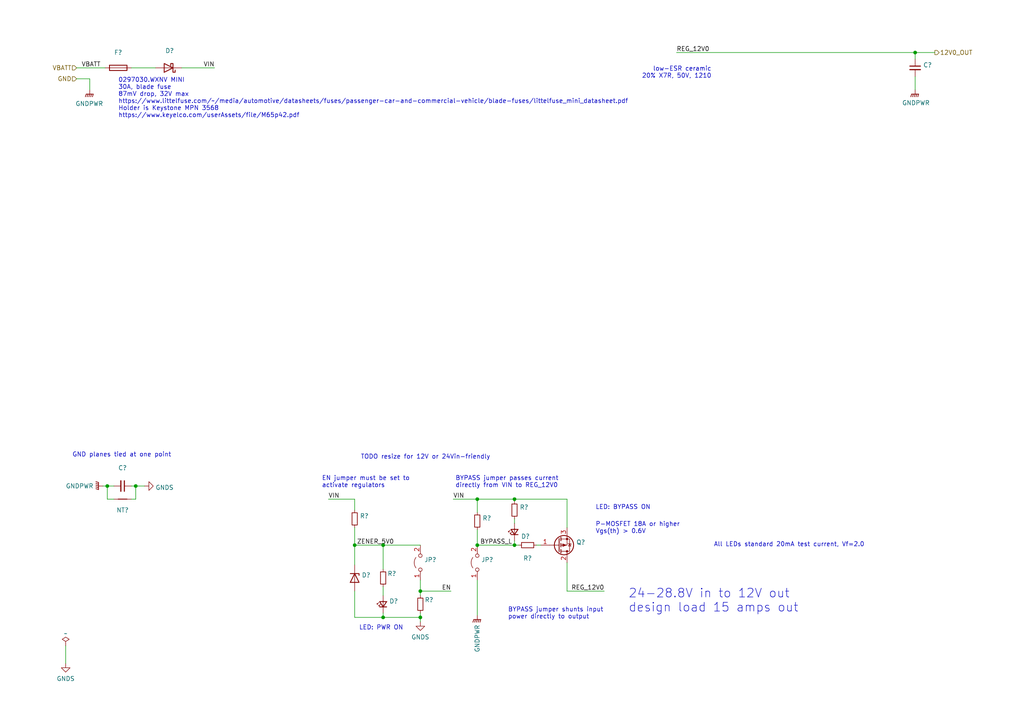
<source format=kicad_sch>
(kicad_sch (version 20211123) (generator eeschema)

  (uuid 03c99736-8cee-4c59-a1e9-a10c3c68f04f)

  (paper "A4")

  (lib_symbols
    (symbol "Device:C_Small" (pin_numbers hide) (pin_names (offset 0.254) hide) (in_bom yes) (on_board yes)
      (property "Reference" "C" (id 0) (at 0.254 1.778 0)
        (effects (font (size 1.27 1.27)) (justify left))
      )
      (property "Value" "C_Small" (id 1) (at 0.254 -2.032 0)
        (effects (font (size 1.27 1.27)) (justify left))
      )
      (property "Footprint" "" (id 2) (at 0 0 0)
        (effects (font (size 1.27 1.27)) hide)
      )
      (property "Datasheet" "~" (id 3) (at 0 0 0)
        (effects (font (size 1.27 1.27)) hide)
      )
      (property "ki_keywords" "capacitor cap" (id 4) (at 0 0 0)
        (effects (font (size 1.27 1.27)) hide)
      )
      (property "ki_description" "Unpolarized capacitor, small symbol" (id 5) (at 0 0 0)
        (effects (font (size 1.27 1.27)) hide)
      )
      (property "ki_fp_filters" "C_*" (id 6) (at 0 0 0)
        (effects (font (size 1.27 1.27)) hide)
      )
      (symbol "C_Small_0_1"
        (polyline
          (pts
            (xy -1.524 -0.508)
            (xy 1.524 -0.508)
          )
          (stroke (width 0.3302) (type default) (color 0 0 0 0))
          (fill (type none))
        )
        (polyline
          (pts
            (xy -1.524 0.508)
            (xy 1.524 0.508)
          )
          (stroke (width 0.3048) (type default) (color 0 0 0 0))
          (fill (type none))
        )
      )
      (symbol "C_Small_1_1"
        (pin passive line (at 0 2.54 270) (length 2.032)
          (name "~" (effects (font (size 1.27 1.27))))
          (number "1" (effects (font (size 1.27 1.27))))
        )
        (pin passive line (at 0 -2.54 90) (length 2.032)
          (name "~" (effects (font (size 1.27 1.27))))
          (number "2" (effects (font (size 1.27 1.27))))
        )
      )
    )
    (symbol "Device:D_Schottky" (pin_numbers hide) (pin_names (offset 1.016) hide) (in_bom yes) (on_board yes)
      (property "Reference" "D" (id 0) (at 0 2.54 0)
        (effects (font (size 1.27 1.27)))
      )
      (property "Value" "D_Schottky" (id 1) (at 0 -2.54 0)
        (effects (font (size 1.27 1.27)))
      )
      (property "Footprint" "" (id 2) (at 0 0 0)
        (effects (font (size 1.27 1.27)) hide)
      )
      (property "Datasheet" "~" (id 3) (at 0 0 0)
        (effects (font (size 1.27 1.27)) hide)
      )
      (property "ki_keywords" "diode Schottky" (id 4) (at 0 0 0)
        (effects (font (size 1.27 1.27)) hide)
      )
      (property "ki_description" "Schottky diode" (id 5) (at 0 0 0)
        (effects (font (size 1.27 1.27)) hide)
      )
      (property "ki_fp_filters" "TO-???* *_Diode_* *SingleDiode* D_*" (id 6) (at 0 0 0)
        (effects (font (size 1.27 1.27)) hide)
      )
      (symbol "D_Schottky_0_1"
        (polyline
          (pts
            (xy 1.27 0)
            (xy -1.27 0)
          )
          (stroke (width 0) (type default) (color 0 0 0 0))
          (fill (type none))
        )
        (polyline
          (pts
            (xy 1.27 1.27)
            (xy 1.27 -1.27)
            (xy -1.27 0)
            (xy 1.27 1.27)
          )
          (stroke (width 0.254) (type default) (color 0 0 0 0))
          (fill (type none))
        )
        (polyline
          (pts
            (xy -1.905 0.635)
            (xy -1.905 1.27)
            (xy -1.27 1.27)
            (xy -1.27 -1.27)
            (xy -0.635 -1.27)
            (xy -0.635 -0.635)
          )
          (stroke (width 0.254) (type default) (color 0 0 0 0))
          (fill (type none))
        )
      )
      (symbol "D_Schottky_1_1"
        (pin passive line (at -3.81 0 0) (length 2.54)
          (name "K" (effects (font (size 1.27 1.27))))
          (number "1" (effects (font (size 1.27 1.27))))
        )
        (pin passive line (at 3.81 0 180) (length 2.54)
          (name "A" (effects (font (size 1.27 1.27))))
          (number "2" (effects (font (size 1.27 1.27))))
        )
      )
    )
    (symbol "Device:D_Zener" (pin_numbers hide) (pin_names (offset 1.016) hide) (in_bom yes) (on_board yes)
      (property "Reference" "D" (id 0) (at 0 2.54 0)
        (effects (font (size 1.27 1.27)))
      )
      (property "Value" "D_Zener" (id 1) (at 0 -2.54 0)
        (effects (font (size 1.27 1.27)))
      )
      (property "Footprint" "" (id 2) (at 0 0 0)
        (effects (font (size 1.27 1.27)) hide)
      )
      (property "Datasheet" "~" (id 3) (at 0 0 0)
        (effects (font (size 1.27 1.27)) hide)
      )
      (property "ki_keywords" "diode" (id 4) (at 0 0 0)
        (effects (font (size 1.27 1.27)) hide)
      )
      (property "ki_description" "Zener diode" (id 5) (at 0 0 0)
        (effects (font (size 1.27 1.27)) hide)
      )
      (property "ki_fp_filters" "TO-???* *_Diode_* *SingleDiode* D_*" (id 6) (at 0 0 0)
        (effects (font (size 1.27 1.27)) hide)
      )
      (symbol "D_Zener_0_1"
        (polyline
          (pts
            (xy 1.27 0)
            (xy -1.27 0)
          )
          (stroke (width 0) (type default) (color 0 0 0 0))
          (fill (type none))
        )
        (polyline
          (pts
            (xy -1.27 -1.27)
            (xy -1.27 1.27)
            (xy -0.762 1.27)
          )
          (stroke (width 0.254) (type default) (color 0 0 0 0))
          (fill (type none))
        )
        (polyline
          (pts
            (xy 1.27 -1.27)
            (xy 1.27 1.27)
            (xy -1.27 0)
            (xy 1.27 -1.27)
          )
          (stroke (width 0.254) (type default) (color 0 0 0 0))
          (fill (type none))
        )
      )
      (symbol "D_Zener_1_1"
        (pin passive line (at -3.81 0 0) (length 2.54)
          (name "K" (effects (font (size 1.27 1.27))))
          (number "1" (effects (font (size 1.27 1.27))))
        )
        (pin passive line (at 3.81 0 180) (length 2.54)
          (name "A" (effects (font (size 1.27 1.27))))
          (number "2" (effects (font (size 1.27 1.27))))
        )
      )
    )
    (symbol "Device:Fuse" (pin_numbers hide) (pin_names (offset 0)) (in_bom yes) (on_board yes)
      (property "Reference" "F" (id 0) (at 2.032 0 90)
        (effects (font (size 1.27 1.27)))
      )
      (property "Value" "Fuse" (id 1) (at -1.905 0 90)
        (effects (font (size 1.27 1.27)))
      )
      (property "Footprint" "" (id 2) (at -1.778 0 90)
        (effects (font (size 1.27 1.27)) hide)
      )
      (property "Datasheet" "~" (id 3) (at 0 0 0)
        (effects (font (size 1.27 1.27)) hide)
      )
      (property "ki_keywords" "fuse" (id 4) (at 0 0 0)
        (effects (font (size 1.27 1.27)) hide)
      )
      (property "ki_description" "Fuse" (id 5) (at 0 0 0)
        (effects (font (size 1.27 1.27)) hide)
      )
      (property "ki_fp_filters" "*Fuse*" (id 6) (at 0 0 0)
        (effects (font (size 1.27 1.27)) hide)
      )
      (symbol "Fuse_0_1"
        (rectangle (start -0.762 -2.54) (end 0.762 2.54)
          (stroke (width 0.254) (type default) (color 0 0 0 0))
          (fill (type none))
        )
        (polyline
          (pts
            (xy 0 2.54)
            (xy 0 -2.54)
          )
          (stroke (width 0) (type default) (color 0 0 0 0))
          (fill (type none))
        )
      )
      (symbol "Fuse_1_1"
        (pin passive line (at 0 3.81 270) (length 1.27)
          (name "~" (effects (font (size 1.27 1.27))))
          (number "1" (effects (font (size 1.27 1.27))))
        )
        (pin passive line (at 0 -3.81 90) (length 1.27)
          (name "~" (effects (font (size 1.27 1.27))))
          (number "2" (effects (font (size 1.27 1.27))))
        )
      )
    )
    (symbol "Device:LED_Small" (pin_numbers hide) (pin_names (offset 0.254) hide) (in_bom yes) (on_board yes)
      (property "Reference" "D" (id 0) (at -1.27 3.175 0)
        (effects (font (size 1.27 1.27)) (justify left))
      )
      (property "Value" "LED_Small" (id 1) (at -4.445 -2.54 0)
        (effects (font (size 1.27 1.27)) (justify left))
      )
      (property "Footprint" "" (id 2) (at 0 0 90)
        (effects (font (size 1.27 1.27)) hide)
      )
      (property "Datasheet" "~" (id 3) (at 0 0 90)
        (effects (font (size 1.27 1.27)) hide)
      )
      (property "ki_keywords" "LED diode light-emitting-diode" (id 4) (at 0 0 0)
        (effects (font (size 1.27 1.27)) hide)
      )
      (property "ki_description" "Light emitting diode, small symbol" (id 5) (at 0 0 0)
        (effects (font (size 1.27 1.27)) hide)
      )
      (property "ki_fp_filters" "LED* LED_SMD:* LED_THT:*" (id 6) (at 0 0 0)
        (effects (font (size 1.27 1.27)) hide)
      )
      (symbol "LED_Small_0_1"
        (polyline
          (pts
            (xy -0.762 -1.016)
            (xy -0.762 1.016)
          )
          (stroke (width 0.254) (type default) (color 0 0 0 0))
          (fill (type none))
        )
        (polyline
          (pts
            (xy 1.016 0)
            (xy -0.762 0)
          )
          (stroke (width 0) (type default) (color 0 0 0 0))
          (fill (type none))
        )
        (polyline
          (pts
            (xy 0.762 -1.016)
            (xy -0.762 0)
            (xy 0.762 1.016)
            (xy 0.762 -1.016)
          )
          (stroke (width 0.254) (type default) (color 0 0 0 0))
          (fill (type none))
        )
        (polyline
          (pts
            (xy 0 0.762)
            (xy -0.508 1.27)
            (xy -0.254 1.27)
            (xy -0.508 1.27)
            (xy -0.508 1.016)
          )
          (stroke (width 0) (type default) (color 0 0 0 0))
          (fill (type none))
        )
        (polyline
          (pts
            (xy 0.508 1.27)
            (xy 0 1.778)
            (xy 0.254 1.778)
            (xy 0 1.778)
            (xy 0 1.524)
          )
          (stroke (width 0) (type default) (color 0 0 0 0))
          (fill (type none))
        )
      )
      (symbol "LED_Small_1_1"
        (pin passive line (at -2.54 0 0) (length 1.778)
          (name "K" (effects (font (size 1.27 1.27))))
          (number "1" (effects (font (size 1.27 1.27))))
        )
        (pin passive line (at 2.54 0 180) (length 1.778)
          (name "A" (effects (font (size 1.27 1.27))))
          (number "2" (effects (font (size 1.27 1.27))))
        )
      )
    )
    (symbol "Device:NetTie_2" (pin_numbers hide) (pin_names (offset 0) hide) (in_bom yes) (on_board yes)
      (property "Reference" "NT" (id 0) (at 0 1.27 0)
        (effects (font (size 1.27 1.27)))
      )
      (property "Value" "NetTie_2" (id 1) (at 0 -1.27 0)
        (effects (font (size 1.27 1.27)))
      )
      (property "Footprint" "" (id 2) (at 0 0 0)
        (effects (font (size 1.27 1.27)) hide)
      )
      (property "Datasheet" "~" (id 3) (at 0 0 0)
        (effects (font (size 1.27 1.27)) hide)
      )
      (property "ki_keywords" "net tie short" (id 4) (at 0 0 0)
        (effects (font (size 1.27 1.27)) hide)
      )
      (property "ki_description" "Net tie, 2 pins" (id 5) (at 0 0 0)
        (effects (font (size 1.27 1.27)) hide)
      )
      (property "ki_fp_filters" "Net*Tie*" (id 6) (at 0 0 0)
        (effects (font (size 1.27 1.27)) hide)
      )
      (symbol "NetTie_2_0_1"
        (polyline
          (pts
            (xy -1.27 0)
            (xy 1.27 0)
          )
          (stroke (width 0.254) (type default) (color 0 0 0 0))
          (fill (type none))
        )
      )
      (symbol "NetTie_2_1_1"
        (pin passive line (at -2.54 0 0) (length 2.54)
          (name "1" (effects (font (size 1.27 1.27))))
          (number "1" (effects (font (size 1.27 1.27))))
        )
        (pin passive line (at 2.54 0 180) (length 2.54)
          (name "2" (effects (font (size 1.27 1.27))))
          (number "2" (effects (font (size 1.27 1.27))))
        )
      )
    )
    (symbol "Device:Q_PMOS_GDS" (pin_names (offset 0) hide) (in_bom yes) (on_board yes)
      (property "Reference" "Q" (id 0) (at 5.08 1.27 0)
        (effects (font (size 1.27 1.27)) (justify left))
      )
      (property "Value" "Q_PMOS_GDS" (id 1) (at 5.08 -1.27 0)
        (effects (font (size 1.27 1.27)) (justify left))
      )
      (property "Footprint" "" (id 2) (at 5.08 2.54 0)
        (effects (font (size 1.27 1.27)) hide)
      )
      (property "Datasheet" "~" (id 3) (at 0 0 0)
        (effects (font (size 1.27 1.27)) hide)
      )
      (property "ki_keywords" "transistor PMOS P-MOS P-MOSFET" (id 4) (at 0 0 0)
        (effects (font (size 1.27 1.27)) hide)
      )
      (property "ki_description" "P-MOSFET transistor, gate/drain/source" (id 5) (at 0 0 0)
        (effects (font (size 1.27 1.27)) hide)
      )
      (symbol "Q_PMOS_GDS_0_1"
        (polyline
          (pts
            (xy 0.254 0)
            (xy -2.54 0)
          )
          (stroke (width 0) (type default) (color 0 0 0 0))
          (fill (type none))
        )
        (polyline
          (pts
            (xy 0.254 1.905)
            (xy 0.254 -1.905)
          )
          (stroke (width 0.254) (type default) (color 0 0 0 0))
          (fill (type none))
        )
        (polyline
          (pts
            (xy 0.762 -1.27)
            (xy 0.762 -2.286)
          )
          (stroke (width 0.254) (type default) (color 0 0 0 0))
          (fill (type none))
        )
        (polyline
          (pts
            (xy 0.762 0.508)
            (xy 0.762 -0.508)
          )
          (stroke (width 0.254) (type default) (color 0 0 0 0))
          (fill (type none))
        )
        (polyline
          (pts
            (xy 0.762 2.286)
            (xy 0.762 1.27)
          )
          (stroke (width 0.254) (type default) (color 0 0 0 0))
          (fill (type none))
        )
        (polyline
          (pts
            (xy 2.54 2.54)
            (xy 2.54 1.778)
          )
          (stroke (width 0) (type default) (color 0 0 0 0))
          (fill (type none))
        )
        (polyline
          (pts
            (xy 2.54 -2.54)
            (xy 2.54 0)
            (xy 0.762 0)
          )
          (stroke (width 0) (type default) (color 0 0 0 0))
          (fill (type none))
        )
        (polyline
          (pts
            (xy 0.762 1.778)
            (xy 3.302 1.778)
            (xy 3.302 -1.778)
            (xy 0.762 -1.778)
          )
          (stroke (width 0) (type default) (color 0 0 0 0))
          (fill (type none))
        )
        (polyline
          (pts
            (xy 2.286 0)
            (xy 1.27 0.381)
            (xy 1.27 -0.381)
            (xy 2.286 0)
          )
          (stroke (width 0) (type default) (color 0 0 0 0))
          (fill (type outline))
        )
        (polyline
          (pts
            (xy 2.794 -0.508)
            (xy 2.921 -0.381)
            (xy 3.683 -0.381)
            (xy 3.81 -0.254)
          )
          (stroke (width 0) (type default) (color 0 0 0 0))
          (fill (type none))
        )
        (polyline
          (pts
            (xy 3.302 -0.381)
            (xy 2.921 0.254)
            (xy 3.683 0.254)
            (xy 3.302 -0.381)
          )
          (stroke (width 0) (type default) (color 0 0 0 0))
          (fill (type none))
        )
        (circle (center 1.651 0) (radius 2.794)
          (stroke (width 0.254) (type default) (color 0 0 0 0))
          (fill (type none))
        )
        (circle (center 2.54 -1.778) (radius 0.254)
          (stroke (width 0) (type default) (color 0 0 0 0))
          (fill (type outline))
        )
        (circle (center 2.54 1.778) (radius 0.254)
          (stroke (width 0) (type default) (color 0 0 0 0))
          (fill (type outline))
        )
      )
      (symbol "Q_PMOS_GDS_1_1"
        (pin input line (at -5.08 0 0) (length 2.54)
          (name "G" (effects (font (size 1.27 1.27))))
          (number "1" (effects (font (size 1.27 1.27))))
        )
        (pin passive line (at 2.54 5.08 270) (length 2.54)
          (name "D" (effects (font (size 1.27 1.27))))
          (number "2" (effects (font (size 1.27 1.27))))
        )
        (pin passive line (at 2.54 -5.08 90) (length 2.54)
          (name "S" (effects (font (size 1.27 1.27))))
          (number "3" (effects (font (size 1.27 1.27))))
        )
      )
    )
    (symbol "Device:R_Small" (pin_numbers hide) (pin_names (offset 0.254) hide) (in_bom yes) (on_board yes)
      (property "Reference" "R" (id 0) (at 0.762 0.508 0)
        (effects (font (size 1.27 1.27)) (justify left))
      )
      (property "Value" "R_Small" (id 1) (at 0.762 -1.016 0)
        (effects (font (size 1.27 1.27)) (justify left))
      )
      (property "Footprint" "" (id 2) (at 0 0 0)
        (effects (font (size 1.27 1.27)) hide)
      )
      (property "Datasheet" "~" (id 3) (at 0 0 0)
        (effects (font (size 1.27 1.27)) hide)
      )
      (property "ki_keywords" "R resistor" (id 4) (at 0 0 0)
        (effects (font (size 1.27 1.27)) hide)
      )
      (property "ki_description" "Resistor, small symbol" (id 5) (at 0 0 0)
        (effects (font (size 1.27 1.27)) hide)
      )
      (property "ki_fp_filters" "R_*" (id 6) (at 0 0 0)
        (effects (font (size 1.27 1.27)) hide)
      )
      (symbol "R_Small_0_1"
        (rectangle (start -0.762 1.778) (end 0.762 -1.778)
          (stroke (width 0.2032) (type default) (color 0 0 0 0))
          (fill (type none))
        )
      )
      (symbol "R_Small_1_1"
        (pin passive line (at 0 2.54 270) (length 0.762)
          (name "~" (effects (font (size 1.27 1.27))))
          (number "1" (effects (font (size 1.27 1.27))))
        )
        (pin passive line (at 0 -2.54 90) (length 0.762)
          (name "~" (effects (font (size 1.27 1.27))))
          (number "2" (effects (font (size 1.27 1.27))))
        )
      )
    )
    (symbol "Jumper:Jumper_2_Open" (pin_names (offset 0) hide) (in_bom yes) (on_board yes)
      (property "Reference" "JP" (id 0) (at 0 2.794 0)
        (effects (font (size 1.27 1.27)))
      )
      (property "Value" "Jumper_2_Open" (id 1) (at 0 -2.286 0)
        (effects (font (size 1.27 1.27)))
      )
      (property "Footprint" "" (id 2) (at 0 0 0)
        (effects (font (size 1.27 1.27)) hide)
      )
      (property "Datasheet" "~" (id 3) (at 0 0 0)
        (effects (font (size 1.27 1.27)) hide)
      )
      (property "ki_keywords" "Jumper SPST" (id 4) (at 0 0 0)
        (effects (font (size 1.27 1.27)) hide)
      )
      (property "ki_description" "Jumper, 2-pole, open" (id 5) (at 0 0 0)
        (effects (font (size 1.27 1.27)) hide)
      )
      (property "ki_fp_filters" "Jumper* TestPoint*2Pads* TestPoint*Bridge*" (id 6) (at 0 0 0)
        (effects (font (size 1.27 1.27)) hide)
      )
      (symbol "Jumper_2_Open_0_0"
        (circle (center -2.032 0) (radius 0.508)
          (stroke (width 0) (type default) (color 0 0 0 0))
          (fill (type none))
        )
        (circle (center 2.032 0) (radius 0.508)
          (stroke (width 0) (type default) (color 0 0 0 0))
          (fill (type none))
        )
      )
      (symbol "Jumper_2_Open_0_1"
        (arc (start 1.524 1.27) (mid 0 1.778) (end -1.524 1.27)
          (stroke (width 0) (type default) (color 0 0 0 0))
          (fill (type none))
        )
      )
      (symbol "Jumper_2_Open_1_1"
        (pin passive line (at -5.08 0 0) (length 2.54)
          (name "A" (effects (font (size 1.27 1.27))))
          (number "1" (effects (font (size 1.27 1.27))))
        )
        (pin passive line (at 5.08 0 180) (length 2.54)
          (name "B" (effects (font (size 1.27 1.27))))
          (number "2" (effects (font (size 1.27 1.27))))
        )
      )
    )
    (symbol "power:GNDPWR" (power) (pin_names (offset 0)) (in_bom yes) (on_board yes)
      (property "Reference" "#PWR" (id 0) (at 0 -5.08 0)
        (effects (font (size 1.27 1.27)) hide)
      )
      (property "Value" "GNDPWR" (id 1) (at 0 -3.302 0)
        (effects (font (size 1.27 1.27)))
      )
      (property "Footprint" "" (id 2) (at 0 -1.27 0)
        (effects (font (size 1.27 1.27)) hide)
      )
      (property "Datasheet" "" (id 3) (at 0 -1.27 0)
        (effects (font (size 1.27 1.27)) hide)
      )
      (property "ki_keywords" "power-flag" (id 4) (at 0 0 0)
        (effects (font (size 1.27 1.27)) hide)
      )
      (property "ki_description" "Power symbol creates a global label with name \"GNDPWR\" , power ground" (id 5) (at 0 0 0)
        (effects (font (size 1.27 1.27)) hide)
      )
      (symbol "GNDPWR_0_1"
        (polyline
          (pts
            (xy 0 -1.27)
            (xy 0 0)
          )
          (stroke (width 0) (type default) (color 0 0 0 0))
          (fill (type none))
        )
        (polyline
          (pts
            (xy -1.016 -1.27)
            (xy -1.27 -2.032)
            (xy -1.27 -2.032)
          )
          (stroke (width 0.2032) (type default) (color 0 0 0 0))
          (fill (type none))
        )
        (polyline
          (pts
            (xy -0.508 -1.27)
            (xy -0.762 -2.032)
            (xy -0.762 -2.032)
          )
          (stroke (width 0.2032) (type default) (color 0 0 0 0))
          (fill (type none))
        )
        (polyline
          (pts
            (xy 0 -1.27)
            (xy -0.254 -2.032)
            (xy -0.254 -2.032)
          )
          (stroke (width 0.2032) (type default) (color 0 0 0 0))
          (fill (type none))
        )
        (polyline
          (pts
            (xy 0.508 -1.27)
            (xy 0.254 -2.032)
            (xy 0.254 -2.032)
          )
          (stroke (width 0.2032) (type default) (color 0 0 0 0))
          (fill (type none))
        )
        (polyline
          (pts
            (xy 1.016 -1.27)
            (xy -1.016 -1.27)
            (xy -1.016 -1.27)
          )
          (stroke (width 0.2032) (type default) (color 0 0 0 0))
          (fill (type none))
        )
        (polyline
          (pts
            (xy 1.016 -1.27)
            (xy 0.762 -2.032)
            (xy 0.762 -2.032)
            (xy 0.762 -2.032)
          )
          (stroke (width 0.2032) (type default) (color 0 0 0 0))
          (fill (type none))
        )
      )
      (symbol "GNDPWR_1_1"
        (pin power_in line (at 0 0 270) (length 0) hide
          (name "GNDPWR" (effects (font (size 1.27 1.27))))
          (number "1" (effects (font (size 1.27 1.27))))
        )
      )
    )
    (symbol "power:GNDS" (power) (pin_names (offset 0)) (in_bom yes) (on_board yes)
      (property "Reference" "#PWR" (id 0) (at 0 -6.35 0)
        (effects (font (size 1.27 1.27)) hide)
      )
      (property "Value" "GNDS" (id 1) (at 0 -3.81 0)
        (effects (font (size 1.27 1.27)))
      )
      (property "Footprint" "" (id 2) (at 0 0 0)
        (effects (font (size 1.27 1.27)) hide)
      )
      (property "Datasheet" "" (id 3) (at 0 0 0)
        (effects (font (size 1.27 1.27)) hide)
      )
      (property "ki_keywords" "power-flag" (id 4) (at 0 0 0)
        (effects (font (size 1.27 1.27)) hide)
      )
      (property "ki_description" "Power symbol creates a global label with name \"GNDS\" , signal ground" (id 5) (at 0 0 0)
        (effects (font (size 1.27 1.27)) hide)
      )
      (symbol "GNDS_0_1"
        (polyline
          (pts
            (xy 0 0)
            (xy 0 -1.27)
            (xy 1.27 -1.27)
            (xy 0 -2.54)
            (xy -1.27 -1.27)
            (xy 0 -1.27)
          )
          (stroke (width 0) (type default) (color 0 0 0 0))
          (fill (type none))
        )
      )
      (symbol "GNDS_1_1"
        (pin power_in line (at 0 0 270) (length 0) hide
          (name "GNDS" (effects (font (size 1.27 1.27))))
          (number "1" (effects (font (size 1.27 1.27))))
        )
      )
    )
    (symbol "power:PWR_FLAG" (power) (pin_numbers hide) (pin_names (offset 0) hide) (in_bom yes) (on_board yes)
      (property "Reference" "#FLG" (id 0) (at 0 1.905 0)
        (effects (font (size 1.27 1.27)) hide)
      )
      (property "Value" "PWR_FLAG" (id 1) (at 0 3.81 0)
        (effects (font (size 1.27 1.27)))
      )
      (property "Footprint" "" (id 2) (at 0 0 0)
        (effects (font (size 1.27 1.27)) hide)
      )
      (property "Datasheet" "~" (id 3) (at 0 0 0)
        (effects (font (size 1.27 1.27)) hide)
      )
      (property "ki_keywords" "power-flag" (id 4) (at 0 0 0)
        (effects (font (size 1.27 1.27)) hide)
      )
      (property "ki_description" "Special symbol for telling ERC where power comes from" (id 5) (at 0 0 0)
        (effects (font (size 1.27 1.27)) hide)
      )
      (symbol "PWR_FLAG_0_0"
        (pin power_out line (at 0 0 90) (length 0)
          (name "pwr" (effects (font (size 1.27 1.27))))
          (number "1" (effects (font (size 1.27 1.27))))
        )
      )
      (symbol "PWR_FLAG_0_1"
        (polyline
          (pts
            (xy 0 0)
            (xy 0 1.27)
            (xy -1.016 1.905)
            (xy 0 2.54)
            (xy 1.016 1.905)
            (xy 0 1.27)
          )
          (stroke (width 0) (type default) (color 0 0 0 0))
          (fill (type none))
        )
      )
    )
  )

  (junction (at 121.92 179.07) (diameter 0) (color 0 0 0 0)
    (uuid 22be5f2c-69ea-4333-a59a-d879236ca1b7)
  )
  (junction (at 265.43 15.24) (diameter 0) (color 0 0 0 0)
    (uuid 52fc6e7e-7e2d-48da-978f-4eff6d38dd68)
  )
  (junction (at 138.43 144.78) (diameter 0) (color 0 0 0 0)
    (uuid 6c3cb873-5b07-47af-a814-c44f1f1bb701)
  )
  (junction (at 102.87 158.115) (diameter 0) (color 0 0 0 0)
    (uuid 7c5ab089-9a5c-48fc-a8cf-3445f18d996a)
  )
  (junction (at 39.37 140.97) (diameter 0) (color 0 0 0 0)
    (uuid 83068e37-a787-44c1-be5e-f7aae937f831)
  )
  (junction (at 121.92 171.45) (diameter 0) (color 0 0 0 0)
    (uuid 8308a2bc-8797-4a7a-a3f9-c1ae8fad9ed4)
  )
  (junction (at 111.125 158.115) (diameter 0) (color 0 0 0 0)
    (uuid a019bee0-439f-4097-a836-dace651f0524)
  )
  (junction (at 31.115 140.97) (diameter 0) (color 0 0 0 0)
    (uuid a80ec6ae-dcd0-456a-b625-743e0fda4d27)
  )
  (junction (at 111.125 179.07) (diameter 0) (color 0 0 0 0)
    (uuid cbe3b1f2-0eac-45b0-a0ef-7c3a2249b90f)
  )
  (junction (at 138.43 158.115) (diameter 0) (color 0 0 0 0)
    (uuid cfd1c7af-2aa5-4992-b3bb-9c8ae2cdcae2)
  )
  (junction (at 149.225 144.78) (diameter 0) (color 0 0 0 0)
    (uuid de7b5054-ea3a-4e20-a114-4a9c8845b480)
  )
  (junction (at 149.225 158.115) (diameter 0) (color 0 0 0 0)
    (uuid e54240cb-b926-4753-a791-f4f1fd4c01d7)
  )

  (wire (pts (xy 149.225 156.845) (xy 149.225 158.115))
    (stroke (width 0) (type default) (color 0 0 0 0))
    (uuid 0029723c-2d6a-4a4e-8e8d-a8ba65855398)
  )
  (wire (pts (xy 111.125 177.8) (xy 111.125 179.07))
    (stroke (width 0) (type default) (color 0 0 0 0))
    (uuid 03094f49-5d6c-4c36-b3ab-4ebd4e1c2d77)
  )
  (wire (pts (xy 111.125 158.115) (xy 111.125 165.1))
    (stroke (width 0) (type default) (color 0 0 0 0))
    (uuid 0551e02d-320b-4714-8fe8-86992cadf1ab)
  )
  (wire (pts (xy 155.575 158.115) (xy 156.845 158.115))
    (stroke (width 0) (type default) (color 0 0 0 0))
    (uuid 0edf35da-f3e5-47e9-aa3e-9278c2519933)
  )
  (wire (pts (xy 121.92 171.45) (xy 130.81 171.45))
    (stroke (width 0) (type default) (color 0 0 0 0))
    (uuid 100cbaff-7c5b-4745-b4a1-a1948c63caa9)
  )
  (wire (pts (xy 38.1 19.685) (xy 45.085 19.685))
    (stroke (width 0) (type default) (color 0 0 0 0))
    (uuid 1b9abca4-c69e-4b5d-9af0-a3972eacb17d)
  )
  (wire (pts (xy 102.87 158.115) (xy 102.87 163.83))
    (stroke (width 0) (type default) (color 0 0 0 0))
    (uuid 1c19271a-a327-4a8a-9265-8d9ff4b8901e)
  )
  (wire (pts (xy 175.26 171.45) (xy 164.465 171.45))
    (stroke (width 0) (type default) (color 0 0 0 0))
    (uuid 2726cddb-747c-4198-8826-f9083ddb6e6b)
  )
  (wire (pts (xy 102.87 158.115) (xy 111.125 158.115))
    (stroke (width 0) (type default) (color 0 0 0 0))
    (uuid 2b05ca6e-beb1-40ce-bc14-5e8e9de5a697)
  )
  (wire (pts (xy 149.225 150.495) (xy 149.225 151.765))
    (stroke (width 0) (type default) (color 0 0 0 0))
    (uuid 2dd46516-0ac4-4737-a839-97e3dc324bd4)
  )
  (wire (pts (xy 19.05 187.325) (xy 19.05 192.405))
    (stroke (width 0) (type default) (color 0 0 0 0))
    (uuid 2f7fdd6c-f07d-4529-ac2c-a1bac377bf80)
  )
  (wire (pts (xy 52.705 19.685) (xy 62.23 19.685))
    (stroke (width 0) (type default) (color 0 0 0 0))
    (uuid 352a0bdb-c702-404d-9d6a-e4634c3af996)
  )
  (wire (pts (xy 38.1 140.97) (xy 39.37 140.97))
    (stroke (width 0) (type default) (color 0 0 0 0))
    (uuid 3e4137c8-1a0d-44da-8467-3fb92b1f9e81)
  )
  (wire (pts (xy 265.43 17.145) (xy 265.43 15.24))
    (stroke (width 0) (type default) (color 0 0 0 0))
    (uuid 3f9570f7-2686-4b84-b1c3-09ecc89f47e3)
  )
  (wire (pts (xy 265.43 22.225) (xy 265.43 26.035))
    (stroke (width 0) (type default) (color 0 0 0 0))
    (uuid 45f7cab2-de65-4549-9ce6-c9be773f4579)
  )
  (wire (pts (xy 121.92 177.8) (xy 121.92 179.07))
    (stroke (width 0) (type default) (color 0 0 0 0))
    (uuid 4a1e94bc-6cf0-4dde-8250-e76d7f3ad065)
  )
  (wire (pts (xy 31.115 140.97) (xy 33.02 140.97))
    (stroke (width 0) (type default) (color 0 0 0 0))
    (uuid 5223e427-634f-4ab0-99e0-c51d1504f05b)
  )
  (wire (pts (xy 111.125 179.07) (xy 121.92 179.07))
    (stroke (width 0) (type default) (color 0 0 0 0))
    (uuid 65383658-afba-4dd0-b377-87f7c13db7df)
  )
  (wire (pts (xy 121.92 168.275) (xy 121.92 171.45))
    (stroke (width 0) (type default) (color 0 0 0 0))
    (uuid 6a6972b5-280a-4286-819c-296f627e0136)
  )
  (wire (pts (xy 164.465 144.78) (xy 164.465 153.035))
    (stroke (width 0) (type default) (color 0 0 0 0))
    (uuid 6b99442b-9455-4dd9-9b39-9b329c94f61f)
  )
  (wire (pts (xy 131.445 144.78) (xy 138.43 144.78))
    (stroke (width 0) (type default) (color 0 0 0 0))
    (uuid 6d102ff3-dfdc-404b-99c7-329538c95a13)
  )
  (wire (pts (xy 111.125 158.115) (xy 121.92 158.115))
    (stroke (width 0) (type default) (color 0 0 0 0))
    (uuid 6fed1dd3-e2f8-41c3-9d61-f232144453cd)
  )
  (wire (pts (xy 265.43 15.24) (xy 271.145 15.24))
    (stroke (width 0) (type default) (color 0 0 0 0))
    (uuid 7086809e-a5ec-4925-86f3-39e66d739cc5)
  )
  (wire (pts (xy 149.225 144.78) (xy 149.225 145.415))
    (stroke (width 0) (type default) (color 0 0 0 0))
    (uuid 7d11b2b1-5551-41f5-8e03-663cb2c70f88)
  )
  (wire (pts (xy 102.87 153.035) (xy 102.87 158.115))
    (stroke (width 0) (type default) (color 0 0 0 0))
    (uuid 83b77c22-019c-4b93-a901-07425e43db4d)
  )
  (wire (pts (xy 33.02 144.78) (xy 31.115 144.78))
    (stroke (width 0) (type default) (color 0 0 0 0))
    (uuid 83d68b63-a78d-4032-ad30-2fadd44fb0dc)
  )
  (wire (pts (xy 22.225 19.685) (xy 30.48 19.685))
    (stroke (width 0) (type default) (color 0 0 0 0))
    (uuid 83eecde6-ffbc-43ae-8722-20923080fd6d)
  )
  (wire (pts (xy 38.1 144.78) (xy 39.37 144.78))
    (stroke (width 0) (type default) (color 0 0 0 0))
    (uuid 8e57ff51-68e5-474f-8bee-cd7d28cd655c)
  )
  (wire (pts (xy 95.25 144.78) (xy 102.87 144.78))
    (stroke (width 0) (type default) (color 0 0 0 0))
    (uuid 9048dd54-ebc0-4f08-a512-016b38f9b68d)
  )
  (wire (pts (xy 138.43 144.78) (xy 138.43 148.59))
    (stroke (width 0) (type default) (color 0 0 0 0))
    (uuid 94b54796-65b4-4b0e-adc1-8bf5b4ada8d0)
  )
  (wire (pts (xy 29.845 140.97) (xy 31.115 140.97))
    (stroke (width 0) (type default) (color 0 0 0 0))
    (uuid 9533c070-4085-4906-a7b0-de085dfc076a)
  )
  (wire (pts (xy 39.37 144.78) (xy 39.37 140.97))
    (stroke (width 0) (type default) (color 0 0 0 0))
    (uuid 953c66b1-d2a4-40f5-ade5-a617316c0dda)
  )
  (wire (pts (xy 39.37 140.97) (xy 41.91 140.97))
    (stroke (width 0) (type default) (color 0 0 0 0))
    (uuid 96a043d2-5d13-41ad-9884-0e6041650ca3)
  )
  (wire (pts (xy 102.87 179.07) (xy 111.125 179.07))
    (stroke (width 0) (type default) (color 0 0 0 0))
    (uuid a146bb76-180e-43ff-a0a1-d138bb80acd9)
  )
  (wire (pts (xy 26.035 22.86) (xy 26.035 26.035))
    (stroke (width 0) (type default) (color 0 0 0 0))
    (uuid a4b8a809-a311-4bd5-a6f5-fd7cfe57d53a)
  )
  (wire (pts (xy 102.87 144.78) (xy 102.87 147.955))
    (stroke (width 0) (type default) (color 0 0 0 0))
    (uuid a6d84323-f898-4032-86d5-ad3e7a02525e)
  )
  (wire (pts (xy 138.43 144.78) (xy 149.225 144.78))
    (stroke (width 0) (type default) (color 0 0 0 0))
    (uuid aa933d03-1c2f-4fcd-8e91-f2ad9c7b1519)
  )
  (wire (pts (xy 111.125 170.18) (xy 111.125 172.72))
    (stroke (width 0) (type default) (color 0 0 0 0))
    (uuid adf4bccb-c785-4516-9f4d-5a891a95510e)
  )
  (wire (pts (xy 164.465 171.45) (xy 164.465 163.195))
    (stroke (width 0) (type default) (color 0 0 0 0))
    (uuid c21eeef0-5b8b-495d-a154-657fc428ea81)
  )
  (wire (pts (xy 138.43 158.115) (xy 149.225 158.115))
    (stroke (width 0) (type default) (color 0 0 0 0))
    (uuid c25a3d7e-ae76-4de3-8a8e-68fb14d10b37)
  )
  (wire (pts (xy 121.92 179.07) (xy 121.92 180.34))
    (stroke (width 0) (type default) (color 0 0 0 0))
    (uuid c790de86-0f07-487f-8aea-08f5126f356f)
  )
  (wire (pts (xy 149.225 144.78) (xy 164.465 144.78))
    (stroke (width 0) (type default) (color 0 0 0 0))
    (uuid cd2a7dcb-f154-4ad0-bec2-8ace2a52ad54)
  )
  (wire (pts (xy 196.215 15.24) (xy 265.43 15.24))
    (stroke (width 0) (type default) (color 0 0 0 0))
    (uuid cd9f2dd4-ee94-402a-955f-52898448f3c0)
  )
  (wire (pts (xy 31.115 144.78) (xy 31.115 140.97))
    (stroke (width 0) (type default) (color 0 0 0 0))
    (uuid cf3d32de-bb9e-4202-bc02-a8e1356ed653)
  )
  (wire (pts (xy 138.43 168.275) (xy 138.43 178.435))
    (stroke (width 0) (type default) (color 0 0 0 0))
    (uuid d0de1861-6149-42b4-9c6b-79f09e356a4d)
  )
  (wire (pts (xy 102.87 179.07) (xy 102.87 171.45))
    (stroke (width 0) (type default) (color 0 0 0 0))
    (uuid d8b1054f-fceb-4c35-9276-7903e10d5bf4)
  )
  (wire (pts (xy 121.92 171.45) (xy 121.92 172.72))
    (stroke (width 0) (type default) (color 0 0 0 0))
    (uuid ecdefacf-46c8-4cae-ae72-c66c2a45b27f)
  )
  (wire (pts (xy 149.225 158.115) (xy 150.495 158.115))
    (stroke (width 0) (type default) (color 0 0 0 0))
    (uuid f277f006-5cb7-4a53-83e5-f2e8ad658dac)
  )
  (wire (pts (xy 138.43 153.67) (xy 138.43 158.115))
    (stroke (width 0) (type default) (color 0 0 0 0))
    (uuid f9f0c749-e275-43ff-a29f-d171991f781f)
  )
  (wire (pts (xy 22.225 22.86) (xy 26.035 22.86))
    (stroke (width 0) (type default) (color 0 0 0 0))
    (uuid fe232fee-1e11-4e5c-89f8-50c86d0e9864)
  )

  (text "All LEDs standard 20mA test current, Vf=2.0" (at 207.01 158.75 0)
    (effects (font (size 1.27 1.27)) (justify left bottom))
    (uuid 01828adb-8e28-45e0-9f8e-9ed357691c25)
  )
  (text "LED: PWR ON" (at 104.14 182.88 0)
    (effects (font (size 1.27 1.27)) (justify left bottom))
    (uuid 0d5db02e-3698-41f1-b7c1-0d8c6fab4102)
  )
  (text "BYPASS jumper passes current\ndirectly from VIN to REG_12V0\n"
    (at 132.08 141.605 0)
    (effects (font (size 1.27 1.27)) (justify left bottom))
    (uuid 70933612-3260-426e-b031-5c331eb9a95f)
  )
  (text "EN jumper must be set to\nactivate regulators" (at 93.345 141.605 0)
    (effects (font (size 1.27 1.27)) (justify left bottom))
    (uuid 91e3e116-f343-4ebb-9e17-708b99977d73)
  )
  (text "LED: BYPASS ON" (at 172.72 147.955 0)
    (effects (font (size 1.27 1.27)) (justify left bottom))
    (uuid a93ffed0-c3ce-4108-9f60-c422235ab74b)
  )
  (text "TODO resize for 12V or 24Vin-friendly" (at 142.24 133.35 180)
    (effects (font (size 1.27 1.27)) (justify right bottom))
    (uuid aa3484d7-d4ef-4333-bace-36db3de35a27)
  )
  (text "24-28.8V in to 12V out\ndesign load 15 amps out" (at 182.245 177.8 0)
    (effects (font (size 2.54 2.54)) (justify left bottom))
    (uuid b912db1c-7b84-475f-8c6f-b6557943a7fc)
  )
  (text "BYPASS jumper shunts input\npower directly to output"
    (at 147.32 179.705 0)
    (effects (font (size 1.27 1.27)) (justify left bottom))
    (uuid bb37f724-9856-49c7-bf84-cb6ab28dfced)
  )
  (text "GND planes tied at one point" (at 20.955 132.715 0)
    (effects (font (size 1.27 1.27)) (justify left bottom))
    (uuid cc575c2c-c88f-4f34-b8b3-6cd31c4b207a)
  )
  (text "low-ESR ceramic\n20% X7R, 50V, 1210" (at 206.375 22.86 180)
    (effects (font (size 1.27 1.27)) (justify right bottom))
    (uuid d3f0113a-da15-4bb8-9cf8-341fcdc3ae45)
  )
  (text "0297030.WXNV MINI\n30A, blade fuse\n87mV drop, 32V max\nhttps://www.littelfuse.com/~/media/automotive/datasheets/fuses/passenger-car-and-commercial-vehicle/blade-fuses/littelfuse_mini_datasheet.pdf\nHolder is Keystone MPN 3568\nhttps://www.keyelco.com/userAssets/file/M65p42.pdf"
    (at 34.29 34.29 0)
    (effects (font (size 1.27 1.27)) (justify left bottom))
    (uuid e04e13b4-b905-40e7-952e-43e916001d59)
  )
  (text "P-MOSFET 18A or higher\nVgs(th) > 0.6V\n" (at 172.72 154.94 0)
    (effects (font (size 1.27 1.27)) (justify left bottom))
    (uuid ec3382e3-7ec4-45de-ac50-ef58a5d627d5)
  )

  (label "BYPASS_L" (at 148.59 158.115 180)
    (effects (font (size 1.27 1.27)) (justify right bottom))
    (uuid 2a14271e-1984-4447-95f2-5b468de207b5)
  )
  (label "EN" (at 130.81 171.45 180)
    (effects (font (size 1.27 1.27)) (justify right bottom))
    (uuid 43655a83-e28d-479b-92dd-70f4a80e3d62)
  )
  (label "VIN" (at 62.23 19.685 180)
    (effects (font (size 1.27 1.27)) (justify right bottom))
    (uuid 4407b033-218a-4d25-9bf7-c83dc8907d37)
  )
  (label "VIN" (at 95.25 144.78 0)
    (effects (font (size 1.27 1.27)) (justify left bottom))
    (uuid b2f94d84-d3ba-41c9-b287-62a02d7bda23)
  )
  (label "VBATT" (at 29.21 19.685 180)
    (effects (font (size 1.27 1.27)) (justify right bottom))
    (uuid b33644c3-2f1b-4b23-83e9-8fd47a7b38ef)
  )
  (label "ZENER_5V0" (at 103.505 158.115 0)
    (effects (font (size 1.27 1.27)) (justify left bottom))
    (uuid d991318b-811f-4cdc-a54e-66a6145c8bed)
  )
  (label "REG_12V0" (at 175.26 171.45 180)
    (effects (font (size 1.27 1.27)) (justify right bottom))
    (uuid f3ae547f-297c-40e7-971e-04c7f79114e1)
  )
  (label "REG_12V0" (at 196.215 15.24 0)
    (effects (font (size 1.27 1.27)) (justify left bottom))
    (uuid f7818d92-77db-4b51-8e38-3bcd65b15818)
  )
  (label "VIN" (at 131.445 144.78 0)
    (effects (font (size 1.27 1.27)) (justify left bottom))
    (uuid f88e4d55-faec-488c-a912-f56d4dd3a67e)
  )

  (hierarchical_label "VBATT" (shape input) (at 22.225 19.685 180)
    (effects (font (size 1.27 1.27)) (justify right))
    (uuid 1f4e414e-6f18-4508-957c-10f0c33e6e15)
  )
  (hierarchical_label "12V0_OUT" (shape output) (at 271.145 15.24 0)
    (effects (font (size 1.27 1.27)) (justify left))
    (uuid 790daa38-c5e1-4e53-a3f4-2e7af0bd583c)
  )
  (hierarchical_label "GND" (shape input) (at 22.225 22.86 180)
    (effects (font (size 1.27 1.27)) (justify right))
    (uuid cd56c6a9-5bce-410f-81fd-3b4129012775)
  )

  (symbol (lib_id "Device:Q_PMOS_GDS") (at 161.925 158.115 0) (mirror x) (unit 1)
    (in_bom yes) (on_board yes) (fields_autoplaced)
    (uuid 1f919803-58d6-485e-a186-6b269c149389)
    (property "Reference" "Q?" (id 0) (at 167.132 157.2803 0)
      (effects (font (size 1.27 1.27)) (justify left))
    )
    (property "Value" "" (id 1) (at 167.132 159.8172 0)
      (effects (font (size 1.27 1.27)) (justify left))
    )
    (property "Footprint" "" (id 2) (at 167.005 160.655 0)
      (effects (font (size 1.27 1.27)) hide)
    )
    (property "Datasheet" "~" (id 3) (at 161.925 158.115 0)
      (effects (font (size 1.27 1.27)) hide)
    )
    (pin "1" (uuid aba14c26-f960-4ce2-b916-4e8a3467f3c1))
    (pin "2" (uuid 7ebc49ff-2ed6-4144-8b4d-6441ccde3cb2))
    (pin "3" (uuid 7ae5f826-ac05-4241-84d4-51b1a58f1308))
  )

  (symbol (lib_id "Jumper:Jumper_2_Open") (at 138.43 163.195 90) (unit 1)
    (in_bom yes) (on_board yes) (fields_autoplaced)
    (uuid 26e92b5f-672e-464e-b4bf-42c095d97a6b)
    (property "Reference" "JP?" (id 0) (at 139.573 162.3603 90)
      (effects (font (size 1.27 1.27)) (justify right))
    )
    (property "Value" "" (id 1) (at 139.573 164.8972 90)
      (effects (font (size 1.27 1.27)) (justify right))
    )
    (property "Footprint" "" (id 2) (at 138.43 163.195 0)
      (effects (font (size 1.27 1.27)) hide)
    )
    (property "Datasheet" "~" (id 3) (at 138.43 163.195 0)
      (effects (font (size 1.27 1.27)) hide)
    )
    (pin "1" (uuid 3192ce49-07c8-4ba8-a6c2-3b7734938b85))
    (pin "2" (uuid faf857b9-63c6-45bd-b669-fe7bccbbc10c))
  )

  (symbol (lib_id "Device:R_Small") (at 153.035 158.115 90) (unit 1)
    (in_bom yes) (on_board yes)
    (uuid 322d251d-764a-4424-9167-c7191d9b0878)
    (property "Reference" "R?" (id 0) (at 153.035 161.925 90))
    (property "Value" "" (id 1) (at 153.035 160.02 90))
    (property "Footprint" "" (id 2) (at 153.035 158.115 0)
      (effects (font (size 1.27 1.27)) hide)
    )
    (property "Datasheet" "~" (id 3) (at 153.035 158.115 0)
      (effects (font (size 1.27 1.27)) hide)
    )
    (pin "1" (uuid 284065e5-5cbd-4c44-96dc-6f5eb120c117))
    (pin "2" (uuid 31a3dd59-b256-4854-a281-6343bbed1697))
  )

  (symbol (lib_id "power:GNDS") (at 121.92 180.34 0) (unit 1)
    (in_bom yes) (on_board yes) (fields_autoplaced)
    (uuid 3bf243e7-1616-4196-9432-86075f75d3e1)
    (property "Reference" "#PWR?" (id 0) (at 121.92 186.69 0)
      (effects (font (size 1.27 1.27)) hide)
    )
    (property "Value" "GNDS" (id 1) (at 121.92 184.7834 0))
    (property "Footprint" "" (id 2) (at 121.92 180.34 0)
      (effects (font (size 1.27 1.27)) hide)
    )
    (property "Datasheet" "" (id 3) (at 121.92 180.34 0)
      (effects (font (size 1.27 1.27)) hide)
    )
    (pin "1" (uuid b553a4eb-4988-4b00-8fd8-cac80faaf868))
  )

  (symbol (lib_id "power:GNDPWR") (at 265.43 26.035 0) (unit 1)
    (in_bom yes) (on_board yes)
    (uuid 3f7d8ffb-c166-46e9-bace-6f2c477b669a)
    (property "Reference" "#PWR?" (id 0) (at 265.43 31.115 0)
      (effects (font (size 1.27 1.27)) hide)
    )
    (property "Value" "GNDPWR" (id 1) (at 261.62 29.845 0)
      (effects (font (size 1.27 1.27)) (justify left))
    )
    (property "Footprint" "" (id 2) (at 265.43 27.305 0)
      (effects (font (size 1.27 1.27)) hide)
    )
    (property "Datasheet" "" (id 3) (at 265.43 27.305 0)
      (effects (font (size 1.27 1.27)) hide)
    )
    (pin "1" (uuid bcde1415-245e-4010-b7c5-6088c02c413e))
  )

  (symbol (lib_id "Device:R_Small") (at 102.87 150.495 0) (unit 1)
    (in_bom yes) (on_board yes) (fields_autoplaced)
    (uuid 4b38d830-7c32-43f6-9d90-ce8a19b8132f)
    (property "Reference" "R?" (id 0) (at 104.3686 149.6603 0)
      (effects (font (size 1.27 1.27)) (justify left))
    )
    (property "Value" "" (id 1) (at 104.3686 152.1972 0)
      (effects (font (size 1.27 1.27)) (justify left))
    )
    (property "Footprint" "" (id 2) (at 102.87 150.495 0)
      (effects (font (size 1.27 1.27)) hide)
    )
    (property "Datasheet" "~" (id 3) (at 102.87 150.495 0)
      (effects (font (size 1.27 1.27)) hide)
    )
    (pin "1" (uuid 73a44df9-f91e-4b56-b248-9898465d1fb2))
    (pin "2" (uuid 0a4120a8-61cf-4c37-a342-85fabc480260))
  )

  (symbol (lib_id "Device:D_Zener") (at 102.87 167.64 270) (unit 1)
    (in_bom yes) (on_board yes) (fields_autoplaced)
    (uuid 64e5cf22-14e8-47e6-90f8-3a4e9817f019)
    (property "Reference" "D?" (id 0) (at 104.902 166.8053 90)
      (effects (font (size 1.27 1.27)) (justify left))
    )
    (property "Value" "" (id 1) (at 104.902 169.3422 90)
      (effects (font (size 1.27 1.27)) (justify left))
    )
    (property "Footprint" "" (id 2) (at 102.87 167.64 0)
      (effects (font (size 1.27 1.27)) hide)
    )
    (property "Datasheet" "~" (id 3) (at 102.87 167.64 0)
      (effects (font (size 1.27 1.27)) hide)
    )
    (pin "1" (uuid d3e097b1-d703-4156-9595-3255698f3d7f))
    (pin "2" (uuid 21bc775a-cc23-480f-8944-92f8d3f668bf))
  )

  (symbol (lib_id "power:PWR_FLAG") (at 19.05 187.325 0) (unit 1)
    (in_bom yes) (on_board yes) (fields_autoplaced)
    (uuid 680bfec1-e1c4-46a9-87dd-32f0f4ed988a)
    (property "Reference" "#FLG?" (id 0) (at 19.05 185.42 0)
      (effects (font (size 1.27 1.27)) hide)
    )
    (property "Value" "" (id 1) (at 19.05 183.7492 0))
    (property "Footprint" "" (id 2) (at 19.05 187.325 0)
      (effects (font (size 1.27 1.27)) hide)
    )
    (property "Datasheet" "~" (id 3) (at 19.05 187.325 0)
      (effects (font (size 1.27 1.27)) hide)
    )
    (pin "1" (uuid 2a89a4b9-6651-4402-b439-268ddf879837))
  )

  (symbol (lib_id "Jumper:Jumper_2_Open") (at 121.92 163.195 90) (unit 1)
    (in_bom yes) (on_board yes) (fields_autoplaced)
    (uuid 7bffd701-6ac3-4ecb-963b-f002a8a10333)
    (property "Reference" "JP?" (id 0) (at 123.063 162.3603 90)
      (effects (font (size 1.27 1.27)) (justify right))
    )
    (property "Value" "" (id 1) (at 123.063 164.8972 90)
      (effects (font (size 1.27 1.27)) (justify right))
    )
    (property "Footprint" "" (id 2) (at 121.92 163.195 0)
      (effects (font (size 1.27 1.27)) hide)
    )
    (property "Datasheet" "~" (id 3) (at 121.92 163.195 0)
      (effects (font (size 1.27 1.27)) hide)
    )
    (pin "1" (uuid 7cf7c6f0-751a-4f9f-8184-897b263c2a0c))
    (pin "2" (uuid 82fe71b9-bebc-40c7-a4b3-e2698546bc7d))
  )

  (symbol (lib_id "Device:LED_Small") (at 111.125 175.26 90) (unit 1)
    (in_bom yes) (on_board yes) (fields_autoplaced)
    (uuid 88efc3bb-348b-45d4-afed-de063d722438)
    (property "Reference" "D?" (id 0) (at 112.903 174.3618 90)
      (effects (font (size 1.27 1.27)) (justify right))
    )
    (property "Value" "" (id 1) (at 112.903 176.8987 90)
      (effects (font (size 1.27 1.27)) (justify right))
    )
    (property "Footprint" "" (id 2) (at 111.125 175.26 90)
      (effects (font (size 1.27 1.27)) hide)
    )
    (property "Datasheet" "~" (id 3) (at 111.125 175.26 90)
      (effects (font (size 1.27 1.27)) hide)
    )
    (pin "1" (uuid ac9323f9-a166-40e4-9c53-74490e84edbd))
    (pin "2" (uuid 3583ab56-ec07-4b03-bbef-33be26896c6e))
  )

  (symbol (lib_id "Device:NetTie_2") (at 35.56 144.78 0) (unit 1)
    (in_bom yes) (on_board yes)
    (uuid 8e812079-cd60-4407-a58e-33bd18f5bfaf)
    (property "Reference" "NT?" (id 0) (at 35.56 147.955 0))
    (property "Value" "" (id 1) (at 35.56 146.05 0))
    (property "Footprint" "" (id 2) (at 35.56 144.78 0)
      (effects (font (size 1.27 1.27)) hide)
    )
    (property "Datasheet" "~" (id 3) (at 35.56 144.78 0)
      (effects (font (size 1.27 1.27)) hide)
    )
    (pin "1" (uuid fcc3ba07-5934-4d40-bb5a-6ccc3a61631a))
    (pin "2" (uuid f87d4fac-ce6a-45fa-8d93-c2a66af33fdf))
  )

  (symbol (lib_id "Device:Fuse") (at 34.29 19.685 90) (unit 1)
    (in_bom yes) (on_board yes) (fields_autoplaced)
    (uuid 98356eda-9394-40b4-8978-da61baf2a55a)
    (property "Reference" "F?" (id 0) (at 34.29 15.2232 90))
    (property "Value" "" (id 1) (at 34.29 17.7601 90))
    (property "Footprint" "" (id 2) (at 34.29 21.463 90)
      (effects (font (size 1.27 1.27)) hide)
    )
    (property "Datasheet" "~" (id 3) (at 34.29 19.685 0)
      (effects (font (size 1.27 1.27)) hide)
    )
    (pin "1" (uuid 5b0255c4-5920-4fef-b612-5a93bd2445e1))
    (pin "2" (uuid d5ac717c-c7e5-4944-a136-ca45e472585e))
  )

  (symbol (lib_id "Device:R_Small") (at 121.92 175.26 180) (unit 1)
    (in_bom yes) (on_board yes)
    (uuid a0b0f590-da5b-475b-a62b-6b873f4e9cd2)
    (property "Reference" "R?" (id 0) (at 124.46 173.99 0))
    (property "Value" "" (id 1) (at 125.095 176.53 0))
    (property "Footprint" "" (id 2) (at 121.92 175.26 0)
      (effects (font (size 1.27 1.27)) hide)
    )
    (property "Datasheet" "~" (id 3) (at 121.92 175.26 0)
      (effects (font (size 1.27 1.27)) hide)
    )
    (pin "1" (uuid 2d50af34-88fa-4fd8-b560-41e5f6d5485f))
    (pin "2" (uuid b66c4864-c262-4419-b3ca-89ad2f21e914))
  )

  (symbol (lib_id "Device:C_Small") (at 35.56 140.97 270) (unit 1)
    (in_bom yes) (on_board yes) (fields_autoplaced)
    (uuid a1a4767d-d518-4dac-b8eb-f29d4cd7dd5f)
    (property "Reference" "C?" (id 0) (at 35.5536 135.7081 90))
    (property "Value" "" (id 1) (at 35.5536 138.245 90))
    (property "Footprint" "" (id 2) (at 35.56 140.97 0)
      (effects (font (size 1.27 1.27)) hide)
    )
    (property "Datasheet" "~" (id 3) (at 35.56 140.97 0)
      (effects (font (size 1.27 1.27)) hide)
    )
    (pin "1" (uuid 6be0ffb6-6ebe-4ce9-a19b-f2f2835def38))
    (pin "2" (uuid 207661dd-cff8-4bc9-9ab4-95ad07ebae09))
  )

  (symbol (lib_id "Device:LED_Small") (at 149.225 154.305 90) (unit 1)
    (in_bom yes) (on_board yes)
    (uuid a632db39-759a-46a0-b20b-dda304eb2be8)
    (property "Reference" "D?" (id 0) (at 151.13 155.575 90)
      (effects (font (size 1.27 1.27)) (justify right))
    )
    (property "Value" "" (id 1) (at 151.13 153.67 90)
      (effects (font (size 1.27 1.27)) (justify right))
    )
    (property "Footprint" "" (id 2) (at 149.225 154.305 90)
      (effects (font (size 1.27 1.27)) hide)
    )
    (property "Datasheet" "~" (id 3) (at 149.225 154.305 90)
      (effects (font (size 1.27 1.27)) hide)
    )
    (pin "1" (uuid a2a59a8d-313d-4459-b5df-26bf4f27e986))
    (pin "2" (uuid 016f7e99-e894-4d08-8090-10f8f0818caf))
  )

  (symbol (lib_id "power:GNDS") (at 41.91 140.97 90) (unit 1)
    (in_bom yes) (on_board yes) (fields_autoplaced)
    (uuid a6d4a19e-2c59-4006-9d03-0983ed2317e0)
    (property "Reference" "#PWR?" (id 0) (at 48.26 140.97 0)
      (effects (font (size 1.27 1.27)) hide)
    )
    (property "Value" "GNDS" (id 1) (at 45.085 141.4038 90)
      (effects (font (size 1.27 1.27)) (justify right))
    )
    (property "Footprint" "" (id 2) (at 41.91 140.97 0)
      (effects (font (size 1.27 1.27)) hide)
    )
    (property "Datasheet" "" (id 3) (at 41.91 140.97 0)
      (effects (font (size 1.27 1.27)) hide)
    )
    (pin "1" (uuid d3b26b4a-9ce0-41c4-9eb2-769ff398694d))
  )

  (symbol (lib_id "power:GNDPWR") (at 29.845 140.97 270) (unit 1)
    (in_bom yes) (on_board yes)
    (uuid ae75dbf0-4229-4044-b92a-dbd408a884de)
    (property "Reference" "#PWR?" (id 0) (at 24.765 140.97 0)
      (effects (font (size 1.27 1.27)) hide)
    )
    (property "Value" "GNDPWR" (id 1) (at 19.05 140.97 90)
      (effects (font (size 1.27 1.27)) (justify left))
    )
    (property "Footprint" "" (id 2) (at 28.575 140.97 0)
      (effects (font (size 1.27 1.27)) hide)
    )
    (property "Datasheet" "" (id 3) (at 28.575 140.97 0)
      (effects (font (size 1.27 1.27)) hide)
    )
    (pin "1" (uuid 6b026b16-1c09-421e-b477-10b18e57cc2a))
  )

  (symbol (lib_id "Device:D_Schottky") (at 48.895 19.685 180) (unit 1)
    (in_bom yes) (on_board yes) (fields_autoplaced)
    (uuid b7eecc9e-e68e-4494-86c5-b4f89fa85a0e)
    (property "Reference" "D?" (id 0) (at 49.2125 14.7152 0))
    (property "Value" "" (id 1) (at 49.2125 17.2521 0))
    (property "Footprint" "" (id 2) (at 48.895 19.685 0)
      (effects (font (size 1.27 1.27)) hide)
    )
    (property "Datasheet" "~" (id 3) (at 48.895 19.685 0)
      (effects (font (size 1.27 1.27)) hide)
    )
    (pin "1" (uuid 44f75a1a-8ca2-40bc-ba01-dc9bef010ced))
    (pin "2" (uuid 96554326-a132-4a1b-b9af-7f4ee722e6ac))
  )

  (symbol (lib_id "power:GNDS") (at 19.05 192.405 0) (unit 1)
    (in_bom yes) (on_board yes) (fields_autoplaced)
    (uuid c6ab100c-1e1a-48f4-93ba-aa2d175d1dc2)
    (property "Reference" "#PWR?" (id 0) (at 19.05 198.755 0)
      (effects (font (size 1.27 1.27)) hide)
    )
    (property "Value" "" (id 1) (at 19.05 196.8484 0))
    (property "Footprint" "" (id 2) (at 19.05 192.405 0)
      (effects (font (size 1.27 1.27)) hide)
    )
    (property "Datasheet" "" (id 3) (at 19.05 192.405 0)
      (effects (font (size 1.27 1.27)) hide)
    )
    (pin "1" (uuid a749344a-d544-4f78-8fa0-68e858f4c540))
  )

  (symbol (lib_id "Device:R_Small") (at 138.43 151.13 0) (unit 1)
    (in_bom yes) (on_board yes) (fields_autoplaced)
    (uuid ca445f92-84a5-48c0-a599-63ca55d8d54a)
    (property "Reference" "R?" (id 0) (at 139.9286 150.2953 0)
      (effects (font (size 1.27 1.27)) (justify left))
    )
    (property "Value" "" (id 1) (at 139.9286 152.8322 0)
      (effects (font (size 1.27 1.27)) (justify left))
    )
    (property "Footprint" "" (id 2) (at 138.43 151.13 0)
      (effects (font (size 1.27 1.27)) hide)
    )
    (property "Datasheet" "~" (id 3) (at 138.43 151.13 0)
      (effects (font (size 1.27 1.27)) hide)
    )
    (pin "1" (uuid 276029ed-e181-436f-af3c-a56857f5316e))
    (pin "2" (uuid 3e2c3b57-01dc-4530-bc4a-01df80398605))
  )

  (symbol (lib_id "power:GNDPWR") (at 138.43 178.435 0) (unit 1)
    (in_bom yes) (on_board yes)
    (uuid d5f728b0-0e72-441d-acfa-d23f23c7d01a)
    (property "Reference" "#PWR?" (id 0) (at 138.43 183.515 0)
      (effects (font (size 1.27 1.27)) hide)
    )
    (property "Value" "GNDPWR" (id 1) (at 138.43 189.23 90)
      (effects (font (size 1.27 1.27)) (justify left))
    )
    (property "Footprint" "" (id 2) (at 138.43 179.705 0)
      (effects (font (size 1.27 1.27)) hide)
    )
    (property "Datasheet" "" (id 3) (at 138.43 179.705 0)
      (effects (font (size 1.27 1.27)) hide)
    )
    (pin "1" (uuid 88ae4753-4147-41b6-bdf8-37b21548a8dd))
  )

  (symbol (lib_id "Device:C_Small") (at 265.43 19.685 0) (unit 1)
    (in_bom yes) (on_board yes) (fields_autoplaced)
    (uuid dd7bd24b-5143-4b07-8aea-d57bbed56fbf)
    (property "Reference" "C?" (id 0) (at 267.7541 18.8566 0)
      (effects (font (size 1.27 1.27)) (justify left))
    )
    (property "Value" "" (id 1) (at 267.7541 21.3935 0)
      (effects (font (size 1.27 1.27)) (justify left))
    )
    (property "Footprint" "" (id 2) (at 265.43 19.685 0)
      (effects (font (size 1.27 1.27)) hide)
    )
    (property "Datasheet" "~" (id 3) (at 265.43 19.685 0)
      (effects (font (size 1.27 1.27)) hide)
    )
    (property "MPN" "GRM32ER71H106KA12" (id 4) (at 265.43 19.685 0)
      (effects (font (size 1.27 1.27)) hide)
    )
    (property "Manufacturer" "Murata" (id 5) (at 265.43 19.685 0)
      (effects (font (size 1.27 1.27)) hide)
    )
    (pin "1" (uuid e79cac29-0697-43a4-87f7-e9bf7f7427ea))
    (pin "2" (uuid 002e6483-da10-4006-a942-34076527e47d))
  )

  (symbol (lib_id "Device:R_Small") (at 111.125 167.64 180) (unit 1)
    (in_bom yes) (on_board yes)
    (uuid ea028d77-476a-4ae4-a62d-08fd700a2b36)
    (property "Reference" "R?" (id 0) (at 113.665 166.37 0))
    (property "Value" "" (id 1) (at 114.935 168.91 0))
    (property "Footprint" "" (id 2) (at 111.125 167.64 0)
      (effects (font (size 1.27 1.27)) hide)
    )
    (property "Datasheet" "~" (id 3) (at 111.125 167.64 0)
      (effects (font (size 1.27 1.27)) hide)
    )
    (pin "1" (uuid 41b6f7e5-2be5-49e3-a1a4-029c7dd484a2))
    (pin "2" (uuid 5f109120-70e3-406f-b024-50df8f055e7a))
  )

  (symbol (lib_id "power:GNDPWR") (at 26.035 26.035 0) (unit 1)
    (in_bom yes) (on_board yes) (fields_autoplaced)
    (uuid f08e8c57-8196-4e1d-aba2-8a0fb4296979)
    (property "Reference" "#PWR?" (id 0) (at 26.035 31.115 0)
      (effects (font (size 1.27 1.27)) hide)
    )
    (property "Value" "" (id 1) (at 25.908 30.072 0))
    (property "Footprint" "" (id 2) (at 26.035 27.305 0)
      (effects (font (size 1.27 1.27)) hide)
    )
    (property "Datasheet" "" (id 3) (at 26.035 27.305 0)
      (effects (font (size 1.27 1.27)) hide)
    )
    (pin "1" (uuid 246d556f-2fd2-4e4e-b0d2-ca1290092fa0))
  )

  (symbol (lib_id "Device:R_Small") (at 149.225 147.955 0) (unit 1)
    (in_bom yes) (on_board yes) (fields_autoplaced)
    (uuid f7f181a5-e4ed-4074-8429-b9234115fbe2)
    (property "Reference" "R?" (id 0) (at 150.7236 147.1203 0)
      (effects (font (size 1.27 1.27)) (justify left))
    )
    (property "Value" "" (id 1) (at 150.7236 149.6572 0)
      (effects (font (size 1.27 1.27)) (justify left))
    )
    (property "Footprint" "" (id 2) (at 149.225 147.955 0)
      (effects (font (size 1.27 1.27)) hide)
    )
    (property "Datasheet" "~" (id 3) (at 149.225 147.955 0)
      (effects (font (size 1.27 1.27)) hide)
    )
    (pin "1" (uuid 1ff3b94c-e19c-451f-9e6a-676ecf3c8ad5))
    (pin "2" (uuid 5b0eca7c-6f77-4300-9d2b-e6ae218ec17c))
  )
)

</source>
